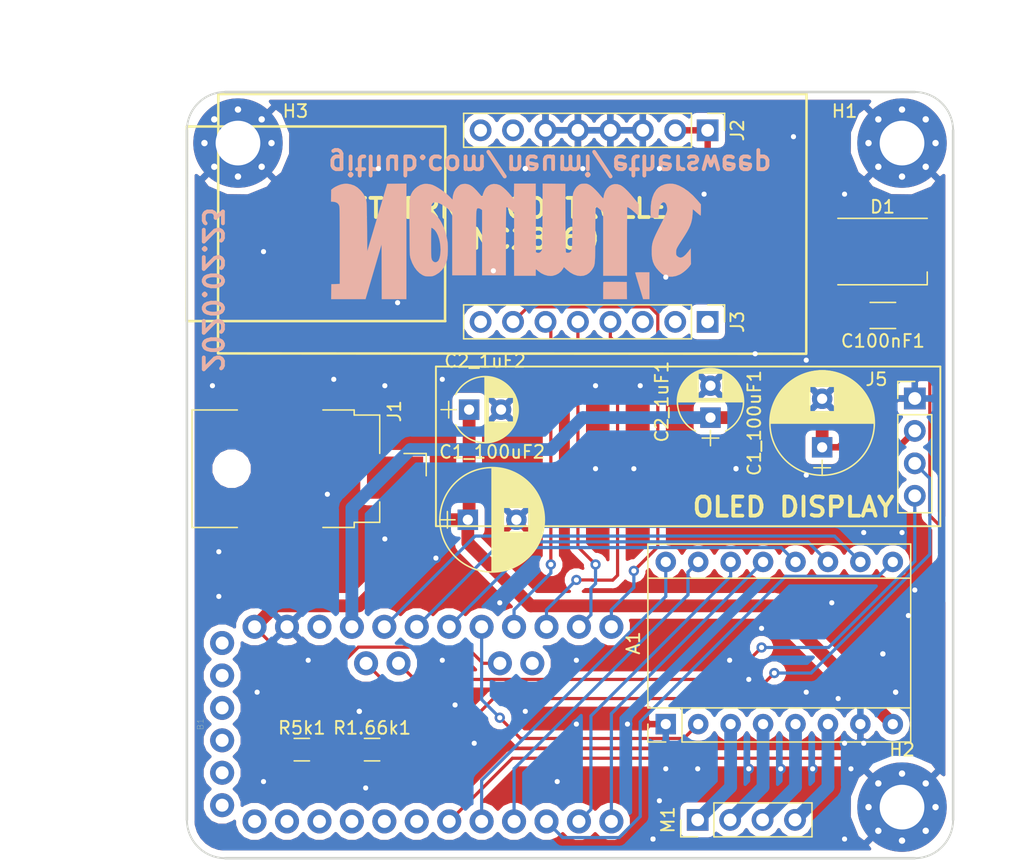
<source format=kicad_pcb>
(kicad_pcb (version 20171130) (host pcbnew "(5.0.1-3-g963ef8bb5)")
  (layers (0 F.Cu signal) (31 B.Cu signal) (34 B.Paste user) (35 F.Paste user) (36 B.SilkS user) (37 F.SilkS user) (38 B.Mask user) (39 F.Mask user) (44 Edge.Cuts user))
  (net 0 "")
  (net 1 GND)
  (net 2 +5V)
  (net 3 "Net-(A1-Pad6)")
  (net 4 "Net-(A1-Pad5)")
  (net 5 "Net-(A1-Pad3)")
  (net 6 "Net-(D1-Pad2)")
  (net 7 "Net-(J3-Pad8)")
  (net 8 SCL)
  (net 9 SDA)
  (net 10 VCC)
  (net 11 "Net-(J2-Pad8)")
  (net 12 "Net-(J2-Pad7)")
  (net 13 "Net-(J3-Pad3)")
  (net 14 "Net-(J3-Pad2)")
  (net 15 "Net-(J3-Pad1)")
  (net 16 "Net-(A1-Pad4)")
  (net 17 "Net-(A1-Pad16)")
  (net 18 "Net-(A1-Pad15)")
  (net 19 "Net-(A1-Pad14)")
  (net 20 "Net-(A1-Pad13)")
  (net 21 analog1)
  (net 22 analog2)
  (net 23 analog3)
  (net 24 analog0)
  (net 25 "Net-(A1-Pad9)")
  (net 26 "Net-(B1-Pad1)")
  (net 27 "Net-(B1-Pad2)")
  (net 28 "Net-(B1-Pad3)")
  (net 29 "Net-(B1-Pad4)")
  (net 30 "Net-(B1-Pad5)")
  (net 31 "Net-(B1-Pad6)")
  (net 32 "Net-(B1-Pad7)")
  (net 33 "Net-(B1-Pad13)")
  (net 34 "Net-(B1-Pad14)")
  (net 35 "Net-(B1-Pad15)")
  (net 36 "Net-(B1-Pad16)")
  (net 37 "Net-(B1-Pad22)")
  (net 38 "Net-(B1-PadA6)")
  (net 39 "Net-(B1-PadA7)")
  (module "ethernet_motor_driver:CODE Logo" (layer F.Cu) (at 146.05 64.77)
    (fp_text reference G*** hide)
    (fp_text value LOGO hide)
  )
  (module Modules:Pololu_Breakout-16_15.2x20.3mm (layer F.Cu) (at 122 119 90)
    (fp_text reference A1 (at 6.35 -2.54 90) (layer F.SilkS))
    (fp_text value Pololu_Breakout_DRV8825)
    (pad 16 thru_hole oval (at 12.7 0 90) (size 1.6 1.6) (drill 0.8) (layers *.Cu *.Mask) (net 17 "Net-(A1-Pad16)"))
    (pad 8 thru_hole oval (at 0 17.78 90) (size 1.6 1.6) (drill 0.8) (layers *.Cu *.Mask) (net 10 VCC))
    (pad 15 thru_hole oval (at 12.7 2.54 90) (size 1.6 1.6) (drill 0.8) (layers *.Cu *.Mask) (net 18 "Net-(A1-Pad15)"))
    (pad 7 thru_hole oval (at 0 15.24 90) (size 1.6 1.6) (drill 0.8) (layers *.Cu *.Mask) (net 1 GND))
    (pad 14 thru_hole oval (at 12.7 5.08 90) (size 1.6 1.6) (drill 0.8) (layers *.Cu *.Mask) (net 19 "Net-(A1-Pad14)"))
    (pad 6 thru_hole oval (at 0 12.7 90) (size 1.6 1.6) (drill 0.8) (layers *.Cu *.Mask) (net 3 "Net-(A1-Pad6)"))
    (pad 13 thru_hole oval (at 12.7 7.62 90) (size 1.6 1.6) (drill 0.8) (layers *.Cu *.Mask) (net 20 "Net-(A1-Pad13)"))
    (pad 5 thru_hole oval (at 0 10.16 90) (size 1.6 1.6) (drill 0.8) (layers *.Cu *.Mask) (net 4 "Net-(A1-Pad5)"))
    (pad 12 thru_hole oval (at 12.7 10.16 90) (size 1.6 1.6) (drill 0.8) (layers *.Cu *.Mask) (net 21 analog1))
    (pad 4 thru_hole oval (at 0 7.62 90) (size 1.6 1.6) (drill 0.8) (layers *.Cu *.Mask) (net 16 "Net-(A1-Pad4)"))
    (pad 11 thru_hole oval (at 12.7 12.7 90) (size 1.6 1.6) (drill 0.8) (layers *.Cu *.Mask) (net 22 analog2))
    (pad 3 thru_hole oval (at 0 5.08 90) (size 1.6 1.6) (drill 0.8) (layers *.Cu *.Mask) (net 5 "Net-(A1-Pad3)"))
    (pad 10 thru_hole oval (at 12.7 15.24 90) (size 1.6 1.6) (drill 0.8) (layers *.Cu *.Mask) (net 23 analog3))
    (pad 2 thru_hole oval (at 0 2.54 90) (size 1.6 1.6) (drill 0.8) (layers *.Cu *.Mask) (net 24 analog0))
    (pad 9 thru_hole oval (at 12.7 17.78 90) (size 1.6 1.6) (drill 0.8) (layers *.Cu *.Mask) (net 25 "Net-(A1-Pad9)"))
    (pad 1 thru_hole rect (at 0 0 90) (size 1.6 1.6) (drill 0.8) (layers *.Cu *.Mask) (net 1 GND))
  )
  (module arduino_pro_mini:ARDUINO_PRO_MINI (layer F.Cu) (at 102.5 119 90)
    (fp_text reference B1 (at 0 -16.9418 90) (layer F.SilkS) (effects (font (size 0.48 0.48) (thickness 0.015))))
    (fp_text value ARDUINO_PRO_MINI)
    (pad 1 thru_hole circle (at -7.62 -12.7 90) (size 1.8796 1.8796) (drill 1.016) (layers *.Cu *.Mask) (net 26 "Net-(B1-Pad1)"))
    (pad 2 thru_hole circle (at -7.62 -10.16 90) (size 1.8796 1.8796) (drill 1.016) (layers *.Cu *.Mask) (net 27 "Net-(B1-Pad2)"))
    (pad 3 thru_hole circle (at -7.62 -7.62 90) (size 1.8796 1.8796) (drill 1.016) (layers *.Cu *.Mask) (net 28 "Net-(B1-Pad3)"))
    (pad 4 thru_hole circle (at -7.62 -5.08 90) (size 1.8796 1.8796) (drill 1.016) (layers *.Cu *.Mask) (net 29 "Net-(B1-Pad4)"))
    (pad 5 thru_hole circle (at -7.62 -2.54 90) (size 1.8796 1.8796) (drill 1.016) (layers *.Cu *.Mask) (net 30 "Net-(B1-Pad5)"))
    (pad 6 thru_hole circle (at -7.62 0 90) (size 1.8796 1.8796) (drill 1.016) (layers *.Cu *.Mask) (net 31 "Net-(B1-Pad6)"))
    (pad 7 thru_hole circle (at -7.62 2.54 90) (size 1.8796 1.8796) (drill 1.016) (layers *.Cu *.Mask) (net 32 "Net-(B1-Pad7)"))
    (pad 8 thru_hole circle (at -7.62 5.08 90) (size 1.8796 1.8796) (drill 1.016) (layers *.Cu *.Mask) (net 17 "Net-(A1-Pad16)"))
    (pad 9 thru_hole circle (at -7.62 7.62 90) (size 1.8796 1.8796) (drill 1.016) (layers *.Cu *.Mask) (net 18 "Net-(A1-Pad15)"))
    (pad 10 thru_hole circle (at -7.62 10.16 90) (size 1.8796 1.8796) (drill 1.016) (layers *.Cu *.Mask) (net 25 "Net-(A1-Pad9)"))
    (pad 11 thru_hole circle (at -7.62 12.7 90) (size 1.8796 1.8796) (drill 1.016) (layers *.Cu *.Mask) (net 19 "Net-(A1-Pad14)"))
    (pad 12 thru_hole circle (at -7.62 15.24 90) (size 1.8796 1.8796) (drill 1.016) (layers *.Cu *.Mask) (net 20 "Net-(A1-Pad13)"))
    (pad 13 thru_hole circle (at 7.62 15.24 90) (size 1.8796 1.8796) (drill 1.016) (layers *.Cu *.Mask) (net 33 "Net-(B1-Pad13)"))
    (pad 14 thru_hole circle (at 7.62 12.7 90) (size 1.8796 1.8796) (drill 1.016) (layers *.Cu *.Mask) (net 34 "Net-(B1-Pad14)"))
    (pad 15 thru_hole circle (at 7.62 10.16 90) (size 1.8796 1.8796) (drill 1.016) (layers *.Cu *.Mask) (net 35 "Net-(B1-Pad15)"))
    (pad 16 thru_hole circle (at 7.62 7.62 90) (size 1.8796 1.8796) (drill 1.016) (layers *.Cu *.Mask) (net 36 "Net-(B1-Pad16)"))
    (pad 17 thru_hole circle (at 7.62 5.08 90) (size 1.8796 1.8796) (drill 1.016) (layers *.Cu *.Mask) (net 24 analog0))
    (pad 18 thru_hole circle (at 7.62 2.54 90) (size 1.8796 1.8796) (drill 1.016) (layers *.Cu *.Mask) (net 21 analog1))
    (pad 19 thru_hole circle (at 7.62 0 90) (size 1.8796 1.8796) (drill 1.016) (layers *.Cu *.Mask) (net 22 analog2))
    (pad 20 thru_hole circle (at 7.62 -2.54 90) (size 1.8796 1.8796) (drill 1.016) (layers *.Cu *.Mask) (net 23 analog3))
    (pad 21 thru_hole circle (at 7.62 -5.08 90) (size 1.8796 1.8796) (drill 1.016) (layers *.Cu *.Mask) (net 2 +5V))
    (pad 22 thru_hole circle (at 7.62 -7.62 90) (size 1.8796 1.8796) (drill 1.016) (layers *.Cu *.Mask) (net 37 "Net-(B1-Pad22)"))
    (pad 23 thru_hole circle (at 7.62 -10.16 90) (size 1.8796 1.8796) (drill 1.016) (layers *.Cu *.Mask) (net 1 GND))
    (pad 24 thru_hole circle (at 7.62 -12.7 90) (size 1.8796 1.8796) (drill 1.016) (layers *.Cu *.Mask) (net 10 VCC))
    (pad A6 thru_hole circle (at 4.7625 9.04875 90) (size 1.8796 1.8796) (drill 1.016) (layers *.Cu *.Mask) (net 38 "Net-(B1-PadA6)"))
    (pad A7 thru_hole circle (at 4.7625 6.50875 90) (size 1.8796 1.8796) (drill 1.016) (layers *.Cu *.Mask) (net 39 "Net-(B1-PadA7)"))
    (pad A5 thru_hole circle (at 4.7625 -3.96875 90) (size 1.8796 1.8796) (drill 1.016) (layers *.Cu *.Mask) (net 8 SCL))
    (pad A4 thru_hole circle (at 4.7625 -1.42875 90) (size 1.8796 1.8796) (drill 1.016) (layers *.Cu *.Mask) (net 9 SDA))
    (pad BLK thru_hole circle (at -6.35 -15.24 90) (size 1.8796 1.8796) (drill 1.016) (layers *.Cu *.Mask))
    (pad GND thru_hole circle (at -3.81 -15.24 90) (size 1.8796 1.8796) (drill 1.016) (layers *.Cu *.Mask))
    (pad VCC thru_hole circle (at -1.27 -15.24 90) (size 1.8796 1.8796) (drill 1.016) (layers *.Cu *.Mask))
    (pad RXI thru_hole circle (at 1.27 -15.24 90) (size 1.8796 1.8796) (drill 1.016) (layers *.Cu *.Mask))
    (pad TXO thru_hole circle (at 3.81 -15.24 90) (size 1.8796 1.8796) (drill 1.016) (layers *.Cu *.Mask))
    (pad GRN thru_hole circle (at 6.35 -15.24 90) (size 1.8796 1.8796) (drill 1.016) (layers *.Cu *.Mask))
  )
  (module Capacitors_SMD:C_1206_HandSoldering (layer F.Cu) (at 139 87)
    (fp_text reference C100nF1 (at 0 2) (layer F.SilkS))
    (fp_text value C)
    (pad 2 smd rect (at 2 0) (size 2 1.6) (layers F.Cu F.Paste F.Mask) (net 1 GND))
    (pad 1 smd rect (at -2 0) (size 2 1.6) (layers F.Cu F.Paste F.Mask) (net 2 +5V))
  )
  (module Capacitors_THT:CP_Radial_D8.0mm_P3.80mm (layer F.Cu) (at 134.245001 97.324999 90)
    (fp_text reference C1_100uF1 (at 1.9 -5.31 90) (layer F.SilkS))
    (fp_text value CP)
    (pad 2 thru_hole circle (at 3.8 0 90) (size 1.6 1.6) (drill 0.8) (layers *.Cu *.Mask) (net 1 GND))
    (pad 1 thru_hole rect (at 0 0 90) (size 1.6 1.6) (drill 0.8) (layers *.Cu *.Mask) (net 2 +5V))
  )
  (module Capacitors_THT:CP_Radial_D8.0mm_P3.80mm (layer F.Cu) (at 106.5 103)
    (fp_text reference C1_100uF2 (at 1.9 -5.31) (layer F.SilkS))
    (fp_text value CP)
    (pad 1 thru_hole rect (at 0 0) (size 1.6 1.6) (drill 0.8) (layers *.Cu *.Mask) (net 10 VCC))
    (pad 2 thru_hole circle (at 3.8 0) (size 1.6 1.6) (drill 0.8) (layers *.Cu *.Mask) (net 1 GND))
  )
  (module Capacitors_THT:CP_Radial_D5.0mm_P2.50mm (layer F.Cu) (at 125.5 95 90)
    (fp_text reference C2_1uF1 (at 1.25 -3.81 90) (layer F.SilkS))
    (fp_text value CP)
    (pad 2 thru_hole circle (at 2.5 0 90) (size 1.6 1.6) (drill 0.8) (layers *.Cu *.Mask) (net 1 GND))
    (pad 1 thru_hole rect (at 0 0 90) (size 1.6 1.6) (drill 0.8) (layers *.Cu *.Mask) (net 2 +5V))
  )
  (module Capacitors_THT:CP_Radial_D5.0mm_P2.50mm (layer F.Cu) (at 106.600001 94.375001)
    (fp_text reference C2_1uF2 (at 1.25 -3.81) (layer F.SilkS))
    (fp_text value CP)
    (pad 1 thru_hole rect (at 0 0) (size 1.6 1.6) (drill 0.8) (layers *.Cu *.Mask) (net 10 VCC))
    (pad 2 thru_hole circle (at 2.5 0) (size 1.6 1.6) (drill 0.8) (layers *.Cu *.Mask) (net 1 GND))
  )
  (module LEDs:LED_WS2812B-PLCC4 (layer F.Cu) (at 138.975001 81.995001)
    (fp_text reference D1 (at 0 -3.5) (layer F.SilkS))
    (fp_text value WS2812B)
    (pad 1 smd rect (at -2.5 -1.6) (size 1.6 1) (layers F.Cu F.Paste F.Mask) (net 2 +5V))
    (pad 2 smd rect (at -2.5 1.6) (size 1.6 1) (layers F.Cu F.Paste F.Mask) (net 6 "Net-(D1-Pad2)"))
    (pad 4 smd rect (at 2.5 -1.6) (size 1.6 1) (layers F.Cu F.Paste F.Mask) (net 32 "Net-(B1-Pad7)"))
    (pad 3 smd rect (at 2.5 1.6) (size 1.6 1) (layers F.Cu F.Paste F.Mask) (net 1 GND))
  )
  (module Mounting_Holes:MountingHole_3.5mm_Pad_Via (layer F.Cu) (at 140.5 73.5)
    (fp_text reference H1 (at -4.5 -2.5) (layer F.SilkS))
    (fp_text value Mount)
    (pad 1 thru_hole circle (at 1.856155 -1.856155) (size 0.8 0.8) (drill 0.5) (layers *.Cu *.Mask) (net 1 GND))
    (pad 1 thru_hole circle (at 0 -2.625) (size 0.8 0.8) (drill 0.5) (layers *.Cu *.Mask) (net 1 GND))
    (pad 1 thru_hole circle (at -1.856155 -1.856155) (size 0.8 0.8) (drill 0.5) (layers *.Cu *.Mask) (net 1 GND))
    (pad 1 thru_hole circle (at -2.625 0) (size 0.8 0.8) (drill 0.5) (layers *.Cu *.Mask) (net 1 GND))
    (pad 1 thru_hole circle (at -1.856155 1.856155) (size 0.8 0.8) (drill 0.5) (layers *.Cu *.Mask) (net 1 GND))
    (pad 1 thru_hole circle (at 0 2.625) (size 0.8 0.8) (drill 0.5) (layers *.Cu *.Mask) (net 1 GND))
    (pad 1 thru_hole circle (at 1.856155 1.856155) (size 0.8 0.8) (drill 0.5) (layers *.Cu *.Mask) (net 1 GND))
    (pad 1 thru_hole circle (at 2.625 0) (size 0.8 0.8) (drill 0.5) (layers *.Cu *.Mask) (net 1 GND))
    (pad 1 thru_hole circle (at 0 0) (size 7 7) (drill 3.5) (layers *.Cu *.Mask) (net 1 GND))
  )
  (module Mounting_Holes:MountingHole_3.5mm_Pad_Via (layer F.Cu) (at 140.5 125.5)
    (fp_text reference H2 (at 0 -4.5) (layer F.SilkS))
    (fp_text value Mount)
    (pad 1 thru_hole circle (at 0 0) (size 7 7) (drill 3.5) (layers *.Cu *.Mask) (net 1 GND))
    (pad 1 thru_hole circle (at 2.625 0) (size 0.8 0.8) (drill 0.5) (layers *.Cu *.Mask) (net 1 GND))
    (pad 1 thru_hole circle (at 1.856155 1.856155) (size 0.8 0.8) (drill 0.5) (layers *.Cu *.Mask) (net 1 GND))
    (pad 1 thru_hole circle (at 0 2.625) (size 0.8 0.8) (drill 0.5) (layers *.Cu *.Mask) (net 1 GND))
    (pad 1 thru_hole circle (at -1.856155 1.856155) (size 0.8 0.8) (drill 0.5) (layers *.Cu *.Mask) (net 1 GND))
    (pad 1 thru_hole circle (at -2.625 0) (size 0.8 0.8) (drill 0.5) (layers *.Cu *.Mask) (net 1 GND))
    (pad 1 thru_hole circle (at -1.856155 -1.856155) (size 0.8 0.8) (drill 0.5) (layers *.Cu *.Mask) (net 1 GND))
    (pad 1 thru_hole circle (at 0 -2.625) (size 0.8 0.8) (drill 0.5) (layers *.Cu *.Mask) (net 1 GND))
    (pad 1 thru_hole circle (at 1.856155 -1.856155) (size 0.8 0.8) (drill 0.5) (layers *.Cu *.Mask) (net 1 GND))
  )
  (module Mounting_Holes:MountingHole_3.5mm_Pad_Via (layer F.Cu) (at 88.5 73.5)
    (fp_text reference H3 (at 4.5 -2.5) (layer F.SilkS))
    (fp_text value Mount)
    (pad 1 thru_hole circle (at 1.856155 -1.856155) (size 0.8 0.8) (drill 0.5) (layers *.Cu *.Mask) (net 1 GND))
    (pad 1 thru_hole circle (at 0 -2.625) (size 0.8 0.8) (drill 0.5) (layers *.Cu *.Mask) (net 1 GND))
    (pad 1 thru_hole circle (at -1.856155 -1.856155) (size 0.8 0.8) (drill 0.5) (layers *.Cu *.Mask) (net 1 GND))
    (pad 1 thru_hole circle (at -2.625 0) (size 0.8 0.8) (drill 0.5) (layers *.Cu *.Mask) (net 1 GND))
    (pad 1 thru_hole circle (at -1.856155 1.856155) (size 0.8 0.8) (drill 0.5) (layers *.Cu *.Mask) (net 1 GND))
    (pad 1 thru_hole circle (at 0 2.625) (size 0.8 0.8) (drill 0.5) (layers *.Cu *.Mask) (net 1 GND))
    (pad 1 thru_hole circle (at 1.856155 1.856155) (size 0.8 0.8) (drill 0.5) (layers *.Cu *.Mask) (net 1 GND))
    (pad 1 thru_hole circle (at 2.625 0) (size 0.8 0.8) (drill 0.5) (layers *.Cu *.Mask) (net 1 GND))
    (pad 1 thru_hole circle (at 0 0) (size 7 7) (drill 3.5) (layers *.Cu *.Mask) (net 1 GND))
  )
  (module Connectors:Barrel_Jack_CUI_PJ-036AH-SMT (layer F.Cu) (at 95 99 270)
    (fp_text reference J1 (at -4.5 -5.75 270) (layer F.SilkS))
    (fp_text value Jack-DC)
    (pad "" np_thru_hole circle (at 0 7 270) (size 2 2) (drill 2) (layers *.Cu *.Mask))
    (pad 3 smd rect (at 6.45 3.2 270) (size 3.9 6.2) (layers F.Cu F.Paste F.Mask))
    (pad 2 smd rect (at -6.45 3.2 270) (size 3.9 6.2) (layers F.Cu F.Paste F.Mask) (net 1 GND))
    (pad 1 smd rect (at 0.7 -5.8 270) (size 3.3 4.4) (layers F.Cu F.Paste F.Mask) (net 10 VCC))
  )
  (module Pin_Headers:Pin_Header_Straight_1x08_Pitch2.54mm (layer F.Cu) (at 125.28 72.5 270)
    (fp_text reference J2 (at 0 -2.33 270) (layer F.SilkS))
    (fp_text value ETH_LEFT)
    (pad 8 thru_hole oval (at 0 17.78 270) (size 1.7 1.7) (drill 1) (layers *.Cu *.Mask) (net 11 "Net-(J2-Pad8)"))
    (pad 7 thru_hole oval (at 0 15.24 270) (size 1.7 1.7) (drill 1) (layers *.Cu *.Mask) (net 12 "Net-(J2-Pad7)"))
    (pad 6 thru_hole oval (at 0 12.7 270) (size 1.7 1.7) (drill 1) (layers *.Cu *.Mask) (net 1 GND))
    (pad 5 thru_hole oval (at 0 10.16 270) (size 1.7 1.7) (drill 1) (layers *.Cu *.Mask) (net 1 GND))
    (pad 4 thru_hole oval (at 0 7.62 270) (size 1.7 1.7) (drill 1) (layers *.Cu *.Mask) (net 1 GND))
    (pad 3 thru_hole oval (at 0 5.08 270) (size 1.7 1.7) (drill 1) (layers *.Cu *.Mask) (net 1 GND))
    (pad 2 thru_hole oval (at 0 2.54 270) (size 1.7 1.7) (drill 1) (layers *.Cu *.Mask) (net 2 +5V))
    (pad 1 thru_hole rect (at 0 0 270) (size 1.7 1.7) (drill 1) (layers *.Cu *.Mask) (net 2 +5V))
  )
  (module Pin_Headers:Pin_Header_Straight_1x08_Pitch2.54mm (layer F.Cu) (at 125.28 87.5 270)
    (fp_text reference J3 (at 0 -2.33 270) (layer F.SilkS))
    (fp_text value ETH_RIGHT)
    (pad 1 thru_hole rect (at 0 0 270) (size 1.7 1.7) (drill 1) (layers *.Cu *.Mask) (net 15 "Net-(J3-Pad1)"))
    (pad 2 thru_hole oval (at 0 2.54 270) (size 1.7 1.7) (drill 1) (layers *.Cu *.Mask) (net 14 "Net-(J3-Pad2)"))
    (pad 3 thru_hole oval (at 0 5.08 270) (size 1.7 1.7) (drill 1) (layers *.Cu *.Mask) (net 13 "Net-(J3-Pad3)"))
    (pad 4 thru_hole oval (at 0 7.62 270) (size 1.7 1.7) (drill 1) (layers *.Cu *.Mask) (net 35 "Net-(B1-Pad15)"))
    (pad 5 thru_hole oval (at 0 10.16 270) (size 1.7 1.7) (drill 1) (layers *.Cu *.Mask) (net 34 "Net-(B1-Pad14)"))
    (pad 6 thru_hole oval (at 0 12.7 270) (size 1.7 1.7) (drill 1) (layers *.Cu *.Mask) (net 36 "Net-(B1-Pad16)"))
    (pad 7 thru_hole oval (at 0 15.24 270) (size 1.7 1.7) (drill 1) (layers *.Cu *.Mask) (net 33 "Net-(B1-Pad13)"))
    (pad 8 thru_hole oval (at 0 17.78 270) (size 1.7 1.7) (drill 1) (layers *.Cu *.Mask) (net 7 "Net-(J3-Pad8)"))
  )
  (module Pin_Headers:Pin_Header_Straight_1x04_Pitch2.54mm (layer F.Cu) (at 141.5 93.5)
    (fp_text reference J5 (at -3 -1.5) (layer F.SilkS))
    (fp_text value Conn_01x04_Female)
    (pad 1 thru_hole rect (at 0 0) (size 1.7 1.7) (drill 1) (layers *.Cu *.Mask) (net 1 GND))
    (pad 2 thru_hole oval (at 0 2.54) (size 1.7 1.7) (drill 1) (layers *.Cu *.Mask) (net 2 +5V))
    (pad 3 thru_hole oval (at 0 5.08) (size 1.7 1.7) (drill 1) (layers *.Cu *.Mask) (net 8 SCL))
    (pad 4 thru_hole oval (at 0 7.62) (size 1.7 1.7) (drill 1) (layers *.Cu *.Mask) (net 9 SDA))
  )
  (module Pin_Headers:Pin_Header_Straight_1x04_Pitch2.54mm (layer F.Cu) (at 124.5 126.5 90)
    (fp_text reference M1 (at 0 -2.33 90) (layer F.SilkS))
    (fp_text value Stepper_Motor_bipolar)
    (pad 4 thru_hole oval (at 0 7.62 90) (size 1.7 1.7) (drill 1) (layers *.Cu *.Mask) (net 3 "Net-(A1-Pad6)"))
    (pad 3 thru_hole oval (at 0 5.08 90) (size 1.7 1.7) (drill 1) (layers *.Cu *.Mask) (net 4 "Net-(A1-Pad5)"))
    (pad 2 thru_hole oval (at 0 2.54 90) (size 1.7 1.7) (drill 1) (layers *.Cu *.Mask) (net 16 "Net-(A1-Pad4)"))
    (pad 1 thru_hole rect (at 0 0 90) (size 1.7 1.7) (drill 1) (layers *.Cu *.Mask) (net 5 "Net-(A1-Pad3)"))
  )
  (module Resistors_SMD:R_0805_HandSoldering (layer F.Cu) (at 99 121)
    (fp_text reference R1.66k1 (at 0 -1.7) (layer F.SilkS))
    (fp_text value R)
    (pad 1 smd rect (at -1.35 0) (size 1.5 1.3) (layers F.Cu F.Paste F.Mask) (net 39 "Net-(B1-PadA7)"))
    (pad 2 smd rect (at 1.35 0) (size 1.5 1.3) (layers F.Cu F.Paste F.Mask) (net 1 GND))
  )
  (module Resistors_SMD:R_0805_HandSoldering (layer F.Cu) (at 93.5 121)
    (fp_text reference R5k1 (at 0 -1.7) (layer F.SilkS))
    (fp_text value R)
    (pad 2 smd rect (at 1.35 0) (size 1.5 1.3) (layers F.Cu F.Paste F.Mask) (net 39 "Net-(B1-PadA7)"))
    (pad 1 smd rect (at -1.35 0) (size 1.5 1.3) (layers F.Cu F.Paste F.Mask) (net 10 VCC))
  )
  (module user_added_kicad_libs:neumis_logo (layer B.Cu) (at 110.426826 81.72168)
    (fp_text reference G*** hide)
    (fp_text value LOGO hide)
  )
  (gr_text 2020.02.23 (at 86.5 85 270) (layer B.SilkS) (effects (font (size 1.5 1.5) (thickness 0.3)) (justify mirror)))
  (gr_text github.com/neumi/ethersweep (at 112.926826 75.22168 180) (layer B.SilkS) (effects (font (size 1.5 1.5) (thickness 0.3)) (justify mirror)))
  (gr_text "OLED DISPLAY\n" (at 132 102) (layer F.SilkS) (effects (font (size 1.5 1.5) (thickness 0.3))))
  (gr_line (start 143.5 91) (end 143.5 103.5) (layer F.SilkS) (width 0.15))
  (gr_line (start 104 91) (end 143.5 91) (layer F.SilkS) (width 0.15))
  (gr_line (start 104 103.5) (end 104 91) (layer F.SilkS) (width 0.15))
  (gr_line (start 143.5 103.5) (end 104 103.5) (layer F.SilkS) (width 0.15))
  (gr_arc (start 87.5 72.5) (end 87.5 69.5) (angle -90) (layer Edge.Cuts) (width 0.15))
  (gr_arc (start 87.5 126.5) (end 84.5 126.5) (angle -90) (layer Edge.Cuts) (width 0.15))
  (gr_arc (start 141.5 126.5) (end 141.5 129.5) (angle -90) (layer Edge.Cuts) (width 0.15))
  (gr_arc (start 141.5 72.5) (end 144.5 72.5) (angle -90) (layer Edge.Cuts) (width 0.15))
  (gr_line (start 84.5 126.5) (end 84.5 72.5) (layer Edge.Cuts) (width 0.2))
  (gr_line (start 141.5 129.5) (end 87.5 129.5) (layer Edge.Cuts) (width 0.2))
  (gr_line (start 144.5 72.5) (end 144.5 126.5) (layer Edge.Cuts) (width 0.2))
  (gr_line (start 87.5 69.5) (end 141.5 69.5) (layer Edge.Cuts) (width 0.2))
  (gr_text "ETHERNET CONTROLLER \nENC28J60" (at 111.09 79.82) (layer F.SilkS) (effects (font (size 1.5 1.5) (thickness 0.3))))
  (gr_line (start 84.5 72.2) (end 104.74 72.2) (layer F.SilkS) (width 0.2))
  (gr_line (start 84.476289 87.431918) (end 84.5 72.2) (layer F.SilkS) (width 0.2))
  (gr_line (start 104.74 87.44) (end 84.5 87.44) (layer F.SilkS) (width 0.2))
  (gr_line (start 104.74 72.2) (end 104.716289 87.431918) (layer F.SilkS) (width 0.2))
  (gr_line (start 86.96 69.66) (end 133 69.66) (layer F.SilkS) (width 0.2))
  (gr_line (start 86.936289 89.971918) (end 86.96 69.66) (layer F.SilkS) (width 0.2))
  (gr_line (start 133 90) (end 86.96 89.971918) (layer F.SilkS) (width 0.2))
  (gr_line (start 133.023711 69.66) (end 133 89.971918) (layer F.SilkS) (width 0.2))
  (via (at 109 109.5) (size 0.8) (drill 0.4) (layers F.Cu B.Cu) (net 1))
  (via (at 104 106) (size 0.8) (drill 0.4) (layers F.Cu B.Cu) (net 1))
  (segment (start 112.58 72.5) (end 115.12 72.5) (width 0.5) (layer F.Cu) (net 1))
  (segment (start 115.12 72.5) (end 117.66 72.5) (width 0.5) (layer F.Cu) (net 1))
  (segment (start 117.66 72.5) (end 120.2 72.5) (width 0.5) (layer F.Cu) (net 1))
  (via (at 113.5 123.5) (size 0.8) (drill 0.4) (layers F.Cu B.Cu) (net 1))
  (via (at 139 113.5) (size 0.8) (drill 0.4) (layers F.Cu B.Cu) (net 1))
  (via (at 139 113.5) (size 0.8) (drill 0.4) (layers F.Cu B.Cu) (net 1))
  (via (at 139 113.5) (size 0.8) (drill 0.4) (layers F.Cu B.Cu) (net 1))
  (via (at 129.5 111.5) (size 0.8) (drill 0.4) (layers F.Cu B.Cu) (net 1))
  (via (at 133 116.5) (size 0.8) (drill 0.4) (layers F.Cu B.Cu) (net 1))
  (via (at 135 109.5) (size 0.8) (drill 0.4) (layers F.Cu B.Cu) (net 1))
  (via (at 127 114) (size 0.8) (drill 0.4) (layers F.Cu B.Cu) (net 1))
  (via (at 128.5 115.5) (size 0.8) (drill 0.4) (layers F.Cu B.Cu) (net 1))
  (via (at 124.5 122.5) (size 0.8) (drill 0.4) (layers F.Cu B.Cu) (net 1))
  (via (at 128.5 122.5) (size 0.8) (drill 0.4) (layers F.Cu B.Cu) (net 1))
  (via (at 131 122.5) (size 0.8) (drill 0.4) (layers F.Cu B.Cu) (net 1))
  (via (at 133.5 122.5) (size 0.8) (drill 0.4) (layers F.Cu B.Cu) (net 1))
  (via (at 136.5 122.5) (size 0.8) (drill 0.4) (layers F.Cu B.Cu) (net 1))
  (via (at 136 128) (size 0.8) (drill 0.4) (layers F.Cu B.Cu) (net 1))
  (via (at 121 128) (size 0.8) (drill 0.4) (layers F.Cu B.Cu) (net 1))
  (via (at 121 128) (size 0.8) (drill 0.4) (layers F.Cu B.Cu) (net 1))
  (via (at 121 128) (size 0.8) (drill 0.4) (layers F.Cu B.Cu) (net 1))
  (via (at 121.5 125) (size 0.8) (drill 0.4) (layers F.Cu B.Cu) (net 1))
  (via (at 122 122.5) (size 0.8) (drill 0.4) (layers F.Cu B.Cu) (net 1))
  (via (at 140 116.5) (size 0.8) (drill 0.4) (layers F.Cu B.Cu) (net 1))
  (via (at 140 116.5) (size 0.8) (drill 0.4) (layers F.Cu B.Cu) (net 1))
  (via (at 140 116.5) (size 0.8) (drill 0.4) (layers F.Cu B.Cu) (net 1))
  (via (at 141 110.5) (size 0.8) (drill 0.4) (layers F.Cu B.Cu) (net 1))
  (via (at 98 118) (size 0.8) (drill 0.4) (layers F.Cu B.Cu) (net 1))
  (via (at 98 118) (size 0.8) (drill 0.4) (layers F.Cu B.Cu) (net 1))
  (via (at 98 118) (size 0.8) (drill 0.4) (layers F.Cu B.Cu) (net 1))
  (via (at 90 116.5) (size 0.8) (drill 0.4) (layers F.Cu B.Cu) (net 1))
  (via (at 94 114) (size 0.8) (drill 0.4) (layers F.Cu B.Cu) (net 1))
  (via (at 90.5 123.5) (size 0.8) (drill 0.4) (layers F.Cu B.Cu) (net 1))
  (via (at 98.5 124) (size 0.8) (drill 0.4) (layers F.Cu B.Cu) (net 1))
  (via (at 107 120.5) (size 0.8) (drill 0.4) (layers F.Cu B.Cu) (net 1))
  (via (at 115 114) (size 0.8) (drill 0.4) (layers F.Cu B.Cu) (net 1))
  (via (at 104.5 114) (size 0.8) (drill 0.4) (layers F.Cu B.Cu) (net 1))
  (via (at 87 105.5) (size 0.8) (drill 0.4) (layers F.Cu B.Cu) (net 1))
  (via (at 87 109) (size 0.8) (drill 0.4) (layers F.Cu B.Cu) (net 1))
  (via (at 95.5 101) (size 0.8) (drill 0.4) (layers F.Cu B.Cu) (net 1))
  (via (at 100 92.5) (size 0.8) (drill 0.4) (layers F.Cu B.Cu) (net 1))
  (via (at 86.5 92.5) (size 0.8) (drill 0.4) (layers F.Cu B.Cu) (net 1))
  (via (at 96 92) (size 0.8) (drill 0.4) (layers F.Cu B.Cu) (net 1))
  (via (at 90.5 82) (size 0.8) (drill 0.4) (layers F.Cu B.Cu) (net 1))
  (via (at 99.5 75.5) (size 0.8) (drill 0.4) (layers F.Cu B.Cu) (net 1))
  (via (at 101 86) (size 0.8) (drill 0.4) (layers F.Cu B.Cu) (net 1))
  (via (at 108.5 83.5) (size 0.8) (drill 0.4) (layers F.Cu B.Cu) (net 1))
  (via (at 122 84) (size 0.8) (drill 0.4) (layers F.Cu B.Cu) (net 1))
  (via (at 111 75.5) (size 0.8) (drill 0.4) (layers F.Cu B.Cu) (net 1))
  (via (at 111 75.5) (size 0.8) (drill 0.4) (layers F.Cu B.Cu) (net 1))
  (via (at 111 75.5) (size 0.8) (drill 0.4) (layers F.Cu B.Cu) (net 1))
  (via (at 115.5 75.5) (size 0.8) (drill 0.4) (layers F.Cu B.Cu) (net 1))
  (via (at 121.5 75.5) (size 0.8) (drill 0.4) (layers F.Cu B.Cu) (net 1))
  (via (at 125 77.5) (size 0.8) (drill 0.4) (layers F.Cu B.Cu) (net 1))
  (via (at 132 73) (size 0.8) (drill 0.4) (layers F.Cu B.Cu) (net 1))
  (via (at 136 77.5) (size 0.8) (drill 0.4) (layers F.Cu B.Cu) (net 1))
  (via (at 104.5 92) (size 0.8) (drill 0.4) (layers F.Cu B.Cu) (net 1))
  (via (at 100 104.5) (size 0.8) (drill 0.4) (layers F.Cu B.Cu) (net 1))
  (via (at 116.5 99) (size 0.8) (drill 0.4) (layers F.Cu B.Cu) (net 1))
  (via (at 119.5 99) (size 0.8) (drill 0.4) (layers F.Cu B.Cu) (net 1))
  (via (at 120 92.5) (size 0.8) (drill 0.4) (layers F.Cu B.Cu) (net 1))
  (via (at 116.5 92.5) (size 0.8) (drill 0.4) (layers F.Cu B.Cu) (net 1))
  (via (at 105.5 117.5) (size 0.8) (drill 0.4) (layers F.Cu B.Cu) (net 1))
  (via (at 119 119) (size 0.8) (drill 0.4) (layers F.Cu B.Cu) (net 1))
  (via (at 115 119) (size 0.8) (drill 0.4) (layers F.Cu B.Cu) (net 1))
  (via (at 111 118) (size 0.8) (drill 0.4) (layers F.Cu B.Cu) (net 1))
  (via (at 127.5 99) (size 0.8) (drill 0.4) (layers F.Cu B.Cu) (net 1))
  (via (at 127.5 99) (size 0.8) (drill 0.4) (layers F.Cu B.Cu) (net 1))
  (via (at 127.5 99) (size 0.8) (drill 0.4) (layers F.Cu B.Cu) (net 1))
  (via (at 129 90) (size 0.8) (drill 0.4) (layers F.Cu B.Cu) (net 1))
  (via (at 133 90.5) (size 0.8) (drill 0.4) (layers F.Cu B.Cu) (net 1))
  (via (at 133 99.5) (size 0.8) (drill 0.4) (layers F.Cu B.Cu) (net 1))
  (via (at 137.5 104) (size 0.8) (drill 0.4) (layers F.Cu B.Cu) (net 1))
  (via (at 140.5 104) (size 0.8) (drill 0.4) (layers F.Cu B.Cu) (net 1))
  (via (at 141.5 108.5) (size 0.8) (drill 0.4) (layers F.Cu B.Cu) (net 1))
  (via (at 135.5 117) (size 0.8) (drill 0.4) (layers F.Cu B.Cu) (net 1))
  (via (at 136 120.5) (size 0.8) (drill 0.4) (layers F.Cu B.Cu) (net 1))
  (via (at 137.5 120.5) (size 0.8) (drill 0.4) (layers F.Cu B.Cu) (net 1))
  (segment (start 134.245001 95.524999) (end 134.245001 97.324999) (width 1) (layer F.Cu) (net 2))
  (segment (start 133.720002 95) (end 134.245001 95.524999) (width 1) (layer F.Cu) (net 2))
  (segment (start 125.5 95) (end 133.720002 95) (width 1) (layer F.Cu) (net 2))
  (segment (start 140.215001 97.324999) (end 141.5 96.04) (width 0.5) (layer F.Cu) (net 2))
  (segment (start 134.245001 97.324999) (end 140.215001 97.324999) (width 0.5) (layer F.Cu) (net 2))
  (segment (start 135.545001 97.324999) (end 134.245001 97.324999) (width 0.5) (layer F.Cu) (net 2))
  (segment (start 137 95.87) (end 135.545001 97.324999) (width 0.5) (layer F.Cu) (net 2))
  (segment (start 137 87) (end 137 95.87) (width 0.5) (layer F.Cu) (net 2))
  (segment (start 136.8 87) (end 137 87) (width 0.5) (layer F.Cu) (net 2))
  (segment (start 125.28 75.48) (end 136.8 87) (width 0.5) (layer F.Cu) (net 2))
  (segment (start 125.28 72.5) (end 125.28 75.48) (width 0.5) (layer F.Cu) (net 2))
  (segment (start 137 85.7) (end 137 87) (width 0.5) (layer F.Cu) (net 2))
  (segment (start 138.5 84.2) (end 137 85.7) (width 0.5) (layer F.Cu) (net 2))
  (segment (start 138.5 83.42) (end 138.5 84.2) (width 0.5) (layer F.Cu) (net 2))
  (segment (start 136.475001 81.395001) (end 138.5 83.42) (width 0.5) (layer F.Cu) (net 2))
  (segment (start 136.475001 80.395001) (end 136.475001 81.395001) (width 0.5) (layer F.Cu) (net 2))
  (segment (start 122.74 72.5) (end 125.28 72.5) (width 0.5) (layer F.Cu) (net 2))
  (segment (start 123.7 95) (end 125.5 95) (width 1) (layer B.Cu) (net 2))
  (segment (start 97.42 111.38) (end 97.42 102.08) (width 1) (layer B.Cu) (net 2))
  (segment (start 115.5 95) (end 123.7 95) (width 1) (layer B.Cu) (net 2))
  (segment (start 102 97.5) (end 101 98.5) (width 1) (layer B.Cu) (net 2))
  (segment (start 113 97.5) (end 102 97.5) (width 1) (layer B.Cu) (net 2))
  (segment (start 115.5 95) (end 113 97.5) (width 1) (layer B.Cu) (net 2))
  (segment (start 97.42 102.08) (end 101 98.5) (width 1) (layer B.Cu) (net 2))
  (segment (start 134.7 123.92) (end 134.7 119) (width 1) (layer B.Cu) (net 3))
  (segment (start 132.12 126.5) (end 134.7 123.92) (width 1) (layer B.Cu) (net 3))
  (segment (start 132.16 123.92) (end 132.16 119) (width 1) (layer B.Cu) (net 4))
  (segment (start 129.58 126.5) (end 132.16 123.92) (width 1) (layer B.Cu) (net 4))
  (segment (start 127.08 123.92) (end 124.5 126.5) (width 1) (layer B.Cu) (net 5))
  (segment (start 127.08 119) (end 127.08 123.92) (width 1) (layer B.Cu) (net 5))
  (segment (start 130.5 115) (end 130.5 115) (width 0.25) (layer F.Cu) (net 8))
  (via (at 130.5 115) (size 0.8) (drill 0.4) (layers F.Cu B.Cu) (net 8))
  (segment (start 142.349999 99.429999) (end 141.5 98.58) (width 0.25) (layer B.Cu) (net 8))
  (segment (start 142.675001 99.755001) (end 142.349999 99.429999) (width 0.25) (layer B.Cu) (net 8))
  (segment (start 142.675001 105.706411) (end 142.675001 99.755001) (width 0.25) (layer B.Cu) (net 8))
  (segment (start 133.381412 115) (end 142.675001 105.706411) (width 0.25) (layer B.Cu) (net 8))
  (segment (start 130.5 115) (end 133.381412 115) (width 0.25) (layer B.Cu) (net 8))
  (segment (start 101.29375 117) (end 98.53125 114.2375) (width 0.25) (layer F.Cu) (net 8))
  (segment (start 103.29375 119) (end 101.29375 117) (width 0.25) (layer F.Cu) (net 8))
  (segment (start 108.5 117) (end 106.5 119) (width 0.25) (layer F.Cu) (net 8))
  (segment (start 128.5 117) (end 108.5 117) (width 0.25) (layer F.Cu) (net 8))
  (segment (start 106.5 119) (end 103.29375 119) (width 0.25) (layer F.Cu) (net 8))
  (segment (start 130.5 115) (end 128.5 117) (width 0.25) (layer F.Cu) (net 8))
  (segment (start 102.336051 115.502301) (end 126.997699 115.502301) (width 0.25) (layer F.Cu) (net 9))
  (segment (start 101.07125 114.2375) (end 102.336051 115.502301) (width 0.25) (layer F.Cu) (net 9))
  (segment (start 126.997699 115.502301) (end 129.5 113) (width 0.25) (layer F.Cu) (net 9))
  (segment (start 129.5 113) (end 129.5 113) (width 0.25) (layer F.Cu) (net 9))
  (via (at 129.5 113) (size 0.8) (drill 0.4) (layers F.Cu B.Cu) (net 9))
  (segment (start 141.5 102.322081) (end 141.5 101.12) (width 0.25) (layer B.Cu) (net 9))
  (segment (start 141.5 106.245002) (end 141.5 102.322081) (width 0.25) (layer B.Cu) (net 9))
  (segment (start 134.745002 113) (end 141.5 106.245002) (width 0.25) (layer B.Cu) (net 9))
  (segment (start 129.5 113) (end 134.745002 113) (width 0.25) (layer B.Cu) (net 9))
  (segment (start 106.5 104.8) (end 106.5 103) (width 1) (layer F.Cu) (net 10))
  (segment (start 111.440199 109.740199) (end 106.5 104.8) (width 1) (layer F.Cu) (net 10))
  (segment (start 130.520199 109.740199) (end 111.440199 109.740199) (width 1) (layer F.Cu) (net 10))
  (segment (start 139.78 119) (end 130.520199 109.740199) (width 1) (layer F.Cu) (net 10))
  (segment (start 104.1 103) (end 100.8 99.7) (width 1) (layer F.Cu) (net 10))
  (segment (start 106.5 103) (end 104.1 103) (width 1) (layer F.Cu) (net 10))
  (segment (start 106.600001 102.899999) (end 106.5 103) (width 1) (layer F.Cu) (net 10))
  (segment (start 106.600001 94.375001) (end 106.600001 102.899999) (width 1) (layer F.Cu) (net 10))
  (segment (start 90.739799 110.440201) (end 89.8 111.38) (width 1) (layer F.Cu) (net 10))
  (segment (start 91.439801 109.740199) (end 90.739799 110.440201) (width 1) (layer F.Cu) (net 10))
  (segment (start 97.959801 109.740199) (end 91.439801 109.740199) (width 1) (layer F.Cu) (net 10))
  (segment (start 104.7 103) (end 97.959801 109.740199) (width 1) (layer F.Cu) (net 10))
  (segment (start 106.5 103) (end 104.7 103) (width 1) (layer F.Cu) (net 10))
  (segment (start 92.15 113.73) (end 89.8 111.38) (width 0.25) (layer F.Cu) (net 10))
  (segment (start 92.15 121) (end 92.15 113.73) (width 0.25) (layer F.Cu) (net 10))
  (segment (start 129.62 123.92) (end 129.62 119) (width 1) (layer B.Cu) (net 16))
  (segment (start 127.04 126.5) (end 129.62 123.92) (width 1) (layer B.Cu) (net 16))
  (segment (start 107.58 123.411906) (end 120.5 110.491906) (width 0.25) (layer B.Cu) (net 17))
  (segment (start 107.58 126.62) (end 107.58 123.411906) (width 0.25) (layer B.Cu) (net 17))
  (segment (start 120.5 110.491906) (end 120.508094 110.491906) (width 0.25) (layer B.Cu) (net 17))
  (segment (start 122 109) (end 122 106.3) (width 0.25) (layer B.Cu) (net 17))
  (segment (start 120.508094 110.491906) (end 122 109) (width 0.25) (layer B.Cu) (net 17))
  (segment (start 123.740001 107.099999) (end 123.740001 108.759999) (width 0.25) (layer B.Cu) (net 18))
  (segment (start 123.740001 108.879999) (end 110.12 122.5) (width 0.25) (layer B.Cu) (net 18))
  (segment (start 123.740001 107.099999) (end 123.740001 108.879999) (width 0.25) (layer B.Cu) (net 18))
  (segment (start 124.54 106.3) (end 123.740001 107.099999) (width 0.25) (layer B.Cu) (net 18))
  (segment (start 110.12 126.62) (end 110.12 122.5) (width 0.25) (layer B.Cu) (net 18))
  (segment (start 127.01137 107.5) (end 127.08 107.43137) (width 0.25) (layer B.Cu) (net 19))
  (segment (start 127 107.5) (end 127.01137 107.5) (width 0.25) (layer B.Cu) (net 19))
  (segment (start 116.139799 118.360201) (end 127 107.5) (width 0.25) (layer B.Cu) (net 19))
  (segment (start 116.139799 125.680201) (end 116.139799 118.360201) (width 0.25) (layer B.Cu) (net 19))
  (segment (start 127.08 107.43137) (end 127.08 106.3) (width 0.25) (layer B.Cu) (net 19))
  (segment (start 115.2 126.62) (end 116.139799 125.680201) (width 0.25) (layer B.Cu) (net 19))
  (segment (start 117.74 118.18) (end 129.62 106.3) (width 0.25) (layer B.Cu) (net 20))
  (segment (start 117.74 126.62) (end 117.74 118.18) (width 0.25) (layer B.Cu) (net 20))
  (segment (start 105.979799 110.440201) (end 105.04 111.38) (width 0.25) (layer B.Cu) (net 21))
  (segment (start 111.245001 105.174999) (end 105.979799 110.440201) (width 0.25) (layer B.Cu) (net 21))
  (segment (start 131.034999 105.174999) (end 111.245001 105.174999) (width 0.25) (layer B.Cu) (net 21))
  (segment (start 132.16 106.3) (end 131.034999 105.174999) (width 0.25) (layer B.Cu) (net 21))
  (segment (start 103.439799 110.440201) (end 102.5 111.38) (width 0.25) (layer B.Cu) (net 22))
  (segment (start 109.15501 104.72499) (end 103.439799 110.440201) (width 0.25) (layer B.Cu) (net 22))
  (segment (start 133.12499 104.72499) (end 109.15501 104.72499) (width 0.25) (layer B.Cu) (net 22))
  (segment (start 134.7 106.3) (end 133.12499 104.72499) (width 0.25) (layer B.Cu) (net 22))
  (segment (start 100.899799 110.440201) (end 99.96 111.38) (width 0.25) (layer B.Cu) (net 23))
  (segment (start 107.065019 104.274981) (end 100.899799 110.440201) (width 0.25) (layer B.Cu) (net 23))
  (segment (start 135.214981 104.274981) (end 107.065019 104.274981) (width 0.25) (layer B.Cu) (net 23))
  (segment (start 137.24 106.3) (end 135.214981 104.274981) (width 0.25) (layer B.Cu) (net 23))
  (segment (start 107.58 111.38) (end 107.58 117.08) (width 0.25) (layer B.Cu) (net 24))
  (segment (start 107.58 117.08) (end 109 118.5) (width 0.25) (layer B.Cu) (net 24))
  (segment (start 109 118.5) (end 109 118.5) (width 0.25) (layer B.Cu) (net 24))
  (via (at 109 118.5) (size 0.8) (drill 0.4) (layers F.Cu B.Cu) (net 24))
  (segment (start 123.740001 119.799999) (end 124.54 119) (width 0.25) (layer F.Cu) (net 24))
  (segment (start 123.414999 120.125001) (end 123.740001 119.799999) (width 0.25) (layer F.Cu) (net 24))
  (segment (start 110.625001 120.125001) (end 123.414999 120.125001) (width 0.25) (layer F.Cu) (net 24))
  (segment (start 109 118.5) (end 110.625001 120.125001) (width 0.25) (layer F.Cu) (net 24))
  (segment (start 131.389997 107.425001) (end 120 118.814998) (width 0.25) (layer B.Cu) (net 25))
  (segment (start 138.654999 107.425001) (end 131.389997 107.425001) (width 0.25) (layer B.Cu) (net 25))
  (segment (start 139.78 106.3) (end 138.654999 107.425001) (width 0.25) (layer B.Cu) (net 25))
  (segment (start 113.599799 127.559799) (end 112.66 126.62) (width 0.25) (layer B.Cu) (net 25))
  (segment (start 113.924801 127.884801) (end 113.599799 127.559799) (width 0.25) (layer B.Cu) (net 25))
  (segment (start 118.347105 127.884801) (end 113.924801 127.884801) (width 0.25) (layer B.Cu) (net 25))
  (segment (start 120 126.231906) (end 118.347105 127.884801) (width 0.25) (layer B.Cu) (net 25))
  (segment (start 120 118.814998) (end 120 126.231906) (width 0.25) (layer B.Cu) (net 25))
  (segment (start 141.475001 81.145001) (end 141.475001 80.395001) (width 0.25) (layer F.Cu) (net 32))
  (segment (start 143.5 103.5) (end 142.675001 102.675001) (width 0.25) (layer F.Cu) (net 32))
  (segment (start 142.675001 120.324999) (end 142.675001 109.5) (width 0.25) (layer F.Cu) (net 32))
  (segment (start 142.675001 82.345001) (end 141.475001 81.145001) (width 0.25) (layer F.Cu) (net 32))
  (segment (start 142.675001 102.675001) (end 142.675001 82.345001) (width 0.25) (layer F.Cu) (net 32))
  (segment (start 143.5 108.675001) (end 143.5 103.5) (width 0.25) (layer F.Cu) (net 32))
  (segment (start 142.675001 109.5) (end 143.5 108.675001) (width 0.25) (layer F.Cu) (net 32))
  (segment (start 109.985001 121.674999) (end 138.770003 121.674999) (width 0.25) (layer F.Cu) (net 32))
  (segment (start 142 121) (end 142.675001 120.324999) (width 0.25) (layer F.Cu) (net 32))
  (segment (start 139.445002 121) (end 142 121) (width 0.25) (layer F.Cu) (net 32))
  (segment (start 138.770003 121.674999) (end 139.445002 121) (width 0.25) (layer F.Cu) (net 32))
  (segment (start 105.04 126.62) (end 109.985001 121.674999) (width 0.25) (layer F.Cu) (net 32))
  (segment (start 117.74 110.050923) (end 119.5 108.290923) (width 0.25) (layer B.Cu) (net 33))
  (segment (start 117.74 111.38) (end 117.74 110.050923) (width 0.25) (layer B.Cu) (net 33))
  (segment (start 119.5 108.290923) (end 119.5 107) (width 0.25) (layer B.Cu) (net 33))
  (segment (start 119.5 107) (end 119.5 107) (width 0.25) (layer B.Cu) (net 33))
  (via (at 119.5 107) (size 0.8) (drill 0.4) (layers F.Cu B.Cu) (net 33))
  (segment (start 121.375001 105.124999) (end 119.899999 106.600001) (width 0.25) (layer F.Cu) (net 33))
  (segment (start 121.375001 86.935999) (end 121.375001 105.124999) (width 0.25) (layer F.Cu) (net 33))
  (segment (start 119.899999 106.600001) (end 119.5 107) (width 0.25) (layer F.Cu) (net 33))
  (segment (start 120.764001 86.324999) (end 121.375001 86.935999) (width 0.25) (layer F.Cu) (net 33))
  (segment (start 111.215001 86.324999) (end 120.764001 86.324999) (width 0.25) (layer F.Cu) (net 33))
  (segment (start 110.04 87.5) (end 111.215001 86.324999) (width 0.25) (layer F.Cu) (net 33))
  (segment (start 116.139799 110.440201) (end 116.139799 108.360201) (width 0.25) (layer B.Cu) (net 34))
  (segment (start 115.2 111.38) (end 116.139799 110.440201) (width 0.25) (layer B.Cu) (net 34))
  (via (at 116.5 106.5) (size 0.8) (drill 0.4) (layers F.Cu B.Cu) (net 34))
  (segment (start 115.12 105.12) (end 116.5 106.5) (width 0.25) (layer F.Cu) (net 34))
  (segment (start 115.12 87.5) (end 115.12 105.12) (width 0.25) (layer F.Cu) (net 34))
  (segment (start 116.5 108) (end 116.5 106.5) (width 0.25) (layer B.Cu) (net 34))
  (segment (start 116.139799 108.360201) (end 116.5 108) (width 0.25) (layer B.Cu) (net 34))
  (segment (start 112.66 110.050923) (end 115 107.710923) (width 0.25) (layer B.Cu) (net 35))
  (segment (start 112.66 111.38) (end 112.66 110.050923) (width 0.25) (layer B.Cu) (net 35))
  (segment (start 117.66 88.702081) (end 117.66 87.5) (width 0.25) (layer F.Cu) (net 35))
  (segment (start 118.225001 89.267082) (end 117.66 88.702081) (width 0.25) (layer F.Cu) (net 35))
  (segment (start 118.225001 107.348001) (end 118.225001 89.267082) (width 0.25) (layer F.Cu) (net 35))
  (segment (start 117.848001 107.725001) (end 118.225001 107.348001) (width 0.25) (layer F.Cu) (net 35))
  (segment (start 116.225001 107.725001) (end 117.848001 107.725001) (width 0.25) (layer F.Cu) (net 35))
  (segment (start 115 107.710923) (end 115 107.710923) (width 0.25) (layer B.Cu) (net 35))
  (via (at 115 107.710923) (size 0.8) (drill 0.4) (layers F.Cu B.Cu) (net 35))
  (segment (start 116.210923 107.710923) (end 115 107.710923) (width 0.25) (layer F.Cu) (net 35))
  (segment (start 116.225001 107.725001) (end 116.210923 107.710923) (width 0.25) (layer F.Cu) (net 35))
  (segment (start 110.12 110.050923) (end 113 107.170923) (width 0.25) (layer B.Cu) (net 36))
  (segment (start 110.12 111.38) (end 110.12 110.050923) (width 0.25) (layer B.Cu) (net 36))
  (segment (start 113 107.170923) (end 113 106.5) (width 0.25) (layer B.Cu) (net 36))
  (segment (start 113 106.5) (end 113 106.5) (width 0.25) (layer B.Cu) (net 36))
  (via (at 113 106.5) (size 0.8) (drill 0.4) (layers F.Cu B.Cu) (net 36))
  (segment (start 113 87.92) (end 112.58 87.5) (width 0.25) (layer F.Cu) (net 36))
  (segment (start 113 106.5) (end 113 87.92) (width 0.25) (layer F.Cu) (net 36))
  (segment (start 94.85 120.1) (end 94.85 121) (width 0.25) (layer F.Cu) (net 39))
  (segment (start 94.85 116.046844) (end 94.85 120.1) (width 0.25) (layer F.Cu) (net 39))
  (segment (start 97.924145 112.972699) (end 94.85 116.046844) (width 0.25) (layer F.Cu) (net 39))
  (segment (start 106.414872 112.972699) (end 97.924145 112.972699) (width 0.25) (layer F.Cu) (net 39))
  (segment (start 107.679673 114.2375) (end 106.414872 112.972699) (width 0.25) (layer F.Cu) (net 39))
  (segment (start 109.00875 114.2375) (end 107.679673 114.2375) (width 0.25) (layer F.Cu) (net 39))
  (segment (start 94.85 121) (end 97.65 121) (width 0.25) (layer F.Cu) (net 39))
  (zone (net 1) (net_name GND) (layer F.Cu) (connect_pads (clearance 0.508)) (min_thickness 0.254) (fill yes (arc_segments 16) (thermal_gap 0.508) (thermal_bridge_width 0.508))
    (polygon (pts (xy 84.5 69.5) (xy 144.5 69.5) (xy 144.5 129.5) (xy 84.5 129.5)))
  )
  (zone (net 1) (net_name GND) (layer B.Cu) (connect_pads (clearance 0.508)) (min_thickness 0.254) (fill yes (arc_segments 16) (thermal_gap 0.508) (thermal_bridge_width 0.508))
    (polygon (pts (xy 84.5 69.5) (xy 144.5 69.5) (xy 144.5 129.5) (xy 84.5 129.5)))
  )
)
</source>
